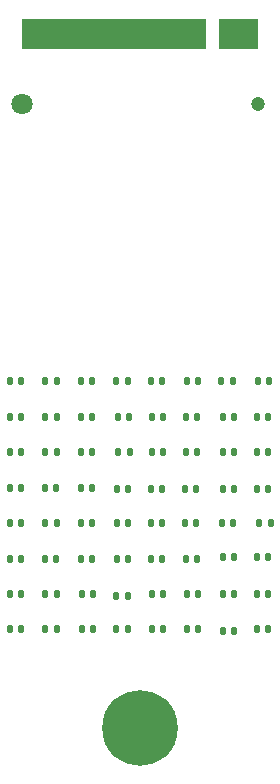
<source format=gbr>
%TF.GenerationSoftware,KiCad,Pcbnew,7.0.5*%
%TF.CreationDate,2023-09-01T16:08:52-05:00*%
%TF.ProjectId,Chimera_0004_Aurora,4368696d-6572-4615-9f30-3030345f4175,rev?*%
%TF.SameCoordinates,Original*%
%TF.FileFunction,Soldermask,Bot*%
%TF.FilePolarity,Negative*%
%FSLAX46Y46*%
G04 Gerber Fmt 4.6, Leading zero omitted, Abs format (unit mm)*
G04 Created by KiCad (PCBNEW 7.0.5) date 2023-09-01 16:08:52*
%MOMM*%
%LPD*%
G01*
G04 APERTURE LIST*
G04 Aperture macros list*
%AMRoundRect*
0 Rectangle with rounded corners*
0 $1 Rounding radius*
0 $2 $3 $4 $5 $6 $7 $8 $9 X,Y pos of 4 corners*
0 Add a 4 corners polygon primitive as box body*
4,1,4,$2,$3,$4,$5,$6,$7,$8,$9,$2,$3,0*
0 Add four circle primitives for the rounded corners*
1,1,$1+$1,$2,$3*
1,1,$1+$1,$4,$5*
1,1,$1+$1,$6,$7*
1,1,$1+$1,$8,$9*
0 Add four rect primitives between the rounded corners*
20,1,$1+$1,$2,$3,$4,$5,0*
20,1,$1+$1,$4,$5,$6,$7,0*
20,1,$1+$1,$6,$7,$8,$9,0*
20,1,$1+$1,$8,$9,$2,$3,0*%
G04 Aperture macros list end*
%ADD10C,0.100000*%
%ADD11C,6.400000*%
%ADD12C,3.600000*%
%ADD13RoundRect,0.140000X-0.140000X-0.170000X0.140000X-0.170000X0.140000X0.170000X-0.140000X0.170000X0*%
%ADD14RoundRect,0.140000X0.140000X0.170000X-0.140000X0.170000X-0.140000X-0.170000X0.140000X-0.170000X0*%
%ADD15C,1.200000*%
%ADD16C,1.800000*%
G04 APERTURE END LIST*
%TO.C,U2*%
D10*
X122425000Y-92400000D02*
X119225000Y-92400000D01*
X119225000Y-89900000D01*
X122425000Y-89900000D01*
X122425000Y-92400000D01*
G36*
X122425000Y-92400000D02*
G01*
X119225000Y-92400000D01*
X119225000Y-89900000D01*
X122425000Y-89900000D01*
X122425000Y-92400000D01*
G37*
X118025000Y-92400000D02*
X102575000Y-92400000D01*
X102575000Y-89900000D01*
X118025000Y-89900000D01*
X118025000Y-92400000D01*
G36*
X118025000Y-92400000D02*
G01*
X102575000Y-92400000D01*
X102575000Y-89900000D01*
X118025000Y-89900000D01*
X118025000Y-92400000D01*
G37*
%TD*%
D11*
%TO.C,H1*%
X112500000Y-149900000D03*
D12*
X112500000Y-149900000D03*
%TD*%
D13*
%TO.C,C70*%
X114480000Y-141600000D03*
X113520000Y-141600000D03*
%TD*%
%TO.C,C69*%
X117480000Y-141600000D03*
X116520000Y-141600000D03*
%TD*%
%TO.C,C66*%
X122420000Y-141600000D03*
X123380000Y-141600000D03*
%TD*%
%TO.C,C65*%
X110520000Y-141600000D03*
X111480000Y-141600000D03*
%TD*%
%TO.C,C63*%
X119520000Y-141700000D03*
X120480000Y-141700000D03*
%TD*%
%TO.C,C62*%
X123480000Y-120600000D03*
X122520000Y-120600000D03*
%TD*%
%TO.C,C61*%
X123380000Y-123600000D03*
X122420000Y-123600000D03*
%TD*%
%TO.C,C59*%
X123380000Y-126600000D03*
X122420000Y-126600000D03*
%TD*%
%TO.C,C58*%
X122420000Y-129700000D03*
X123380000Y-129700000D03*
%TD*%
%TO.C,C57*%
X122620000Y-132600000D03*
X123580000Y-132600000D03*
%TD*%
%TO.C,C55*%
X122420000Y-135500000D03*
X123380000Y-135500000D03*
%TD*%
%TO.C,C54*%
X122420000Y-138600000D03*
X123380000Y-138600000D03*
%TD*%
%TO.C,C53*%
X119420000Y-120600000D03*
X120380000Y-120600000D03*
%TD*%
%TO.C,C51*%
X119550000Y-123600000D03*
X120510000Y-123600000D03*
%TD*%
%TO.C,C50*%
X120510000Y-126600000D03*
X119550000Y-126600000D03*
%TD*%
%TO.C,C49*%
X120510000Y-129700000D03*
X119550000Y-129700000D03*
%TD*%
%TO.C,C48*%
X120400000Y-132600000D03*
X119440000Y-132600000D03*
%TD*%
%TO.C,C47*%
X120510000Y-135500000D03*
X119550000Y-135500000D03*
%TD*%
%TO.C,C46*%
X120480000Y-138600000D03*
X119520000Y-138600000D03*
%TD*%
%TO.C,C45*%
X116520000Y-120600000D03*
X117480000Y-120600000D03*
%TD*%
%TO.C,C44*%
X116390000Y-123600000D03*
X117350000Y-123600000D03*
%TD*%
%TO.C,C43*%
X116420000Y-126600000D03*
X117380000Y-126600000D03*
%TD*%
%TO.C,C42*%
X117280000Y-129700000D03*
X116320000Y-129700000D03*
%TD*%
%TO.C,C41*%
X117280000Y-132600000D03*
X116320000Y-132600000D03*
%TD*%
%TO.C,C40*%
X117380000Y-135600000D03*
X116420000Y-135600000D03*
%TD*%
%TO.C,C39*%
X117430000Y-138570000D03*
X116470000Y-138570000D03*
%TD*%
%TO.C,C38*%
X113420000Y-120600000D03*
X114380000Y-120600000D03*
%TD*%
%TO.C,C37*%
X113520000Y-123600000D03*
X114480000Y-123600000D03*
%TD*%
%TO.C,C36*%
X113550000Y-126600000D03*
X114510000Y-126600000D03*
%TD*%
%TO.C,C35*%
X114410000Y-129700000D03*
X113450000Y-129700000D03*
%TD*%
%TO.C,C34*%
X114410000Y-132600000D03*
X113450000Y-132600000D03*
%TD*%
%TO.C,C33*%
X114410000Y-135600000D03*
X113450000Y-135600000D03*
%TD*%
%TO.C,C32*%
X114480000Y-138570000D03*
X113520000Y-138570000D03*
%TD*%
%TO.C,C31*%
X110520000Y-120600000D03*
X111480000Y-120600000D03*
%TD*%
%TO.C,C30*%
X110650000Y-123600000D03*
X111610000Y-123600000D03*
%TD*%
%TO.C,C29*%
X110680000Y-126600000D03*
X111640000Y-126600000D03*
%TD*%
%TO.C,C28*%
X111540000Y-129700000D03*
X110580000Y-129700000D03*
%TD*%
%TO.C,C27*%
X111540000Y-132600000D03*
X110580000Y-132600000D03*
%TD*%
%TO.C,C26*%
X111540000Y-135600000D03*
X110580000Y-135600000D03*
%TD*%
%TO.C,C25*%
X111480000Y-138750000D03*
X110520000Y-138750000D03*
%TD*%
D14*
%TO.C,C7*%
X102480000Y-138600000D03*
X101520000Y-138600000D03*
%TD*%
%TO.C,C2*%
X102480000Y-123600000D03*
X101520000Y-123600000D03*
%TD*%
%TO.C,C4*%
X102480000Y-129600000D03*
X101520000Y-129600000D03*
%TD*%
%TO.C,C5*%
X102480000Y-132600000D03*
X101520000Y-132600000D03*
%TD*%
%TO.C,C6*%
X102480000Y-135600000D03*
X101520000Y-135600000D03*
%TD*%
%TO.C,C22*%
X107520000Y-135600000D03*
X108480000Y-135600000D03*
%TD*%
%TO.C,C10*%
X104520000Y-123600000D03*
X105480000Y-123600000D03*
%TD*%
%TO.C,C20*%
X107520000Y-129600000D03*
X108480000Y-129600000D03*
%TD*%
%TO.C,C1*%
X102480000Y-120550000D03*
X101520000Y-120550000D03*
%TD*%
%TO.C,C3*%
X102480000Y-126600000D03*
X101520000Y-126600000D03*
%TD*%
%TO.C,C9*%
X104520000Y-120550000D03*
X105480000Y-120550000D03*
%TD*%
%TO.C,C11*%
X104520000Y-126600000D03*
X105480000Y-126600000D03*
%TD*%
%TO.C,C12*%
X104475200Y-129600000D03*
X105435200Y-129600000D03*
%TD*%
%TO.C,C13*%
X104520000Y-132600000D03*
X105480000Y-132600000D03*
%TD*%
%TO.C,C14*%
X104475200Y-135600000D03*
X105435200Y-135600000D03*
%TD*%
%TO.C,C15*%
X104520000Y-138600000D03*
X105480000Y-138600000D03*
%TD*%
%TO.C,C17*%
X107520000Y-120550000D03*
X108480000Y-120550000D03*
%TD*%
%TO.C,C19*%
X107520000Y-126600000D03*
X108480000Y-126600000D03*
%TD*%
%TO.C,C18*%
X107520000Y-123600000D03*
X108480000Y-123600000D03*
%TD*%
%TO.C,C16*%
X104520000Y-141600000D03*
X105480000Y-141600000D03*
%TD*%
%TO.C,C21*%
X107520000Y-132600000D03*
X108480000Y-132600000D03*
%TD*%
%TO.C,C23*%
X107605200Y-138600000D03*
X108565200Y-138600000D03*
%TD*%
%TO.C,C8*%
X102480000Y-141600000D03*
X101520000Y-141600000D03*
%TD*%
%TO.C,C24*%
X107605200Y-141600000D03*
X108565200Y-141600000D03*
%TD*%
D15*
%TO.C,CN1*%
X122499900Y-97125200D03*
D16*
X102499900Y-97125200D03*
%TD*%
M02*

</source>
